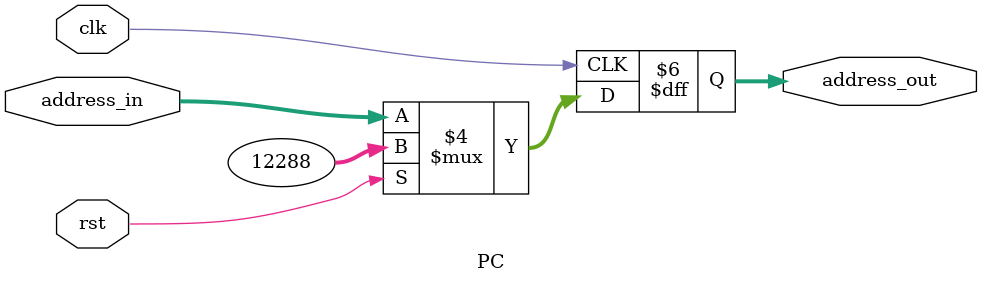
<source format=v>
module PC(clk,rst,address_in,address_out);
	input clk,rst;
	input[31:0] address_in;
	output[31:0] address_out;
	reg[31:0] address_out;

	initial begin
		address_out = 32'h00003000; 
	end

	always @(negedge clk) begin
		if (rst) begin
			address_out = 32'h00003000;
		end
		else begin
			address_out <= address_in;
		end
	end


endmodule
</source>
